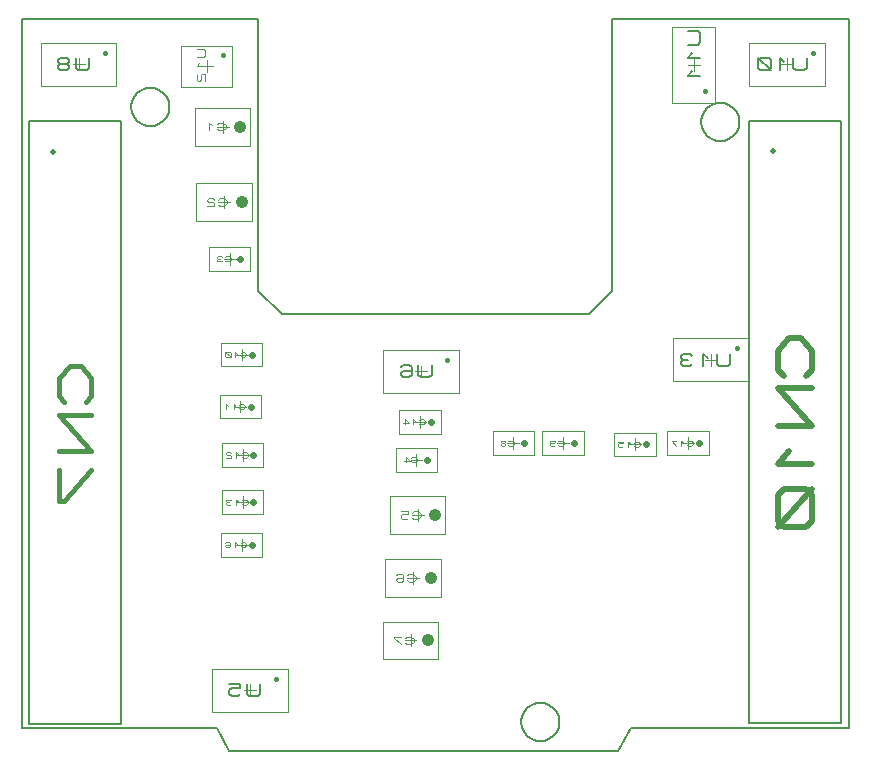
<source format=gbr>
G04 PROTEUS GERBER X2 FILE*
%TF.GenerationSoftware,Labcenter,Proteus,8.12-SP2-Build31155*%
%TF.CreationDate,2021-12-06T20:36:36+00:00*%
%TF.FileFunction,AssemblyDrawing,Bot*%
%TF.FilePolarity,Positive*%
%TF.Part,Single*%
%TF.SameCoordinates,{41aeb68f-70a9-4567-b6d7-def337a2806a}*%
%FSLAX45Y45*%
%MOMM*%
G01*
%TA.AperFunction,Profile*%
%ADD17C,0.203200*%
%TA.AperFunction,Material*%
%ADD21C,0.203200*%
%ADD41C,0.508000*%
%ADD46C,0.461430*%
%ADD47C,0.473190*%
%ADD48C,0.050000*%
%ADD49C,0.411480*%
%ADD50C,0.167200*%
%ADD51C,0.416560*%
%ADD52C,0.111560*%
%ADD53C,1.028700*%
%ADD54C,0.105240*%
%ADD55C,0.579120*%
%ADD56C,0.072740*%
%TD.AperFunction*%
D17*
X+0Y+0D02*
X+1650000Y+0D01*
X+7000000Y+0D02*
X+7000000Y+6000000D01*
X+5000000Y+6000000D01*
X+5000000Y+3700000D01*
X+4800000Y+3500000D01*
X+2200000Y+3500000D01*
X+2000000Y+3700000D02*
X+2000000Y+6000000D01*
X+0Y+6000000D01*
X+0Y+0D01*
X+2000000Y+3700000D02*
X+2200000Y+3500000D01*
X+5160000Y+0D02*
X+7000000Y+0D01*
X+1750000Y-200000D02*
X+5050000Y-200000D01*
X+1650000Y+0D02*
X+1750000Y-200000D01*
X+5160000Y+0D02*
X+5050000Y-200000D01*
X+4550045Y+50000D02*
X+4549508Y+63142D01*
X+4545144Y+89427D01*
X+4536029Y+115712D01*
X+4521182Y+141997D01*
X+4498470Y+168118D01*
X+4472185Y+187898D01*
X+4445900Y+200658D01*
X+4419615Y+208108D01*
X+4393330Y+210987D01*
X+4389000Y+211045D01*
X+4227955Y+50000D02*
X+4228492Y+63142D01*
X+4232856Y+89427D01*
X+4241971Y+115712D01*
X+4256818Y+141997D01*
X+4279530Y+168118D01*
X+4305815Y+187898D01*
X+4332100Y+200658D01*
X+4358385Y+208108D01*
X+4384670Y+210987D01*
X+4389000Y+211045D01*
X+4227955Y+50000D02*
X+4228492Y+36858D01*
X+4232856Y+10573D01*
X+4241971Y-15712D01*
X+4256818Y-41997D01*
X+4279530Y-68118D01*
X+4305815Y-87898D01*
X+4332100Y-100658D01*
X+4358385Y-108108D01*
X+4384670Y-110987D01*
X+4389000Y-111045D01*
X+4550045Y+50000D02*
X+4549508Y+36858D01*
X+4545144Y+10573D01*
X+4536029Y-15712D01*
X+4521182Y-41997D01*
X+4498470Y-68118D01*
X+4472185Y-87898D01*
X+4445900Y-100658D01*
X+4419615Y-108108D01*
X+4393330Y-110987D01*
X+4389000Y-111045D01*
X+6074045Y+5130000D02*
X+6073508Y+5143142D01*
X+6069144Y+5169427D01*
X+6060029Y+5195712D01*
X+6045182Y+5221997D01*
X+6022470Y+5248118D01*
X+5996185Y+5267898D01*
X+5969900Y+5280658D01*
X+5943615Y+5288108D01*
X+5917330Y+5290987D01*
X+5913000Y+5291045D01*
X+5751955Y+5130000D02*
X+5752492Y+5143142D01*
X+5756856Y+5169427D01*
X+5765971Y+5195712D01*
X+5780818Y+5221997D01*
X+5803530Y+5248118D01*
X+5829815Y+5267898D01*
X+5856100Y+5280658D01*
X+5882385Y+5288108D01*
X+5908670Y+5290987D01*
X+5913000Y+5291045D01*
X+5751955Y+5130000D02*
X+5752492Y+5116858D01*
X+5756856Y+5090573D01*
X+5765971Y+5064288D01*
X+5780818Y+5038003D01*
X+5803530Y+5011882D01*
X+5829815Y+4992102D01*
X+5856100Y+4979342D01*
X+5882385Y+4971892D01*
X+5908670Y+4969013D01*
X+5913000Y+4968955D01*
X+6074045Y+5130000D02*
X+6073508Y+5116858D01*
X+6069144Y+5090573D01*
X+6060029Y+5064288D01*
X+6045182Y+5038003D01*
X+6022470Y+5011882D01*
X+5996185Y+4992102D01*
X+5969900Y+4979342D01*
X+5943615Y+4971892D01*
X+5917330Y+4969013D01*
X+5913000Y+4968955D01*
X+1248045Y+5257000D02*
X+1247508Y+5270142D01*
X+1243144Y+5296427D01*
X+1234029Y+5322712D01*
X+1219182Y+5348997D01*
X+1196470Y+5375118D01*
X+1170185Y+5394898D01*
X+1143900Y+5407658D01*
X+1117615Y+5415108D01*
X+1091330Y+5417987D01*
X+1087000Y+5418045D01*
X+925955Y+5257000D02*
X+926492Y+5270142D01*
X+930856Y+5296427D01*
X+939971Y+5322712D01*
X+954818Y+5348997D01*
X+977530Y+5375118D01*
X+1003815Y+5394898D01*
X+1030100Y+5407658D01*
X+1056385Y+5415108D01*
X+1082670Y+5417987D01*
X+1087000Y+5418045D01*
X+925955Y+5257000D02*
X+926492Y+5243858D01*
X+930856Y+5217573D01*
X+939971Y+5191288D01*
X+954818Y+5165003D01*
X+977530Y+5138882D01*
X+1003815Y+5119102D01*
X+1030100Y+5106342D01*
X+1056385Y+5098892D01*
X+1082670Y+5096013D01*
X+1087000Y+5095955D01*
X+1248045Y+5257000D02*
X+1247508Y+5243858D01*
X+1243144Y+5217573D01*
X+1234029Y+5191288D01*
X+1219182Y+5165003D01*
X+1196470Y+5138882D01*
X+1170185Y+5119102D01*
X+1143900Y+5106342D01*
X+1117615Y+5098892D01*
X+1091330Y+5096013D01*
X+1087000Y+5095955D01*
D21*
X+59840Y+35840D02*
X+840160Y+35840D01*
X+840160Y+5136160D01*
X+59840Y+5136160D01*
X+59840Y+35840D01*
D41*
X+260000Y+4876000D02*
X+260000Y+4876000D01*
D46*
X+542288Y+2754691D02*
X+588432Y+2806603D01*
X+588432Y+2962339D01*
X+496144Y+3066162D01*
X+403856Y+3066162D01*
X+311568Y+2962339D01*
X+311568Y+2806603D01*
X+357712Y+2754691D01*
X+588432Y+2650867D02*
X+311568Y+2650867D01*
X+588432Y+2339396D01*
X+311568Y+2339396D01*
X+311568Y+2183661D02*
X+311568Y+1924101D01*
X+357712Y+1924101D01*
X+588432Y+2183661D01*
D21*
X+6155840Y+39840D02*
X+6936160Y+39840D01*
X+6936160Y+5140160D01*
X+6155840Y+5140160D01*
X+6155840Y+39840D01*
D41*
X+6356000Y+4880000D02*
X+6356000Y+4880000D01*
D47*
X+6640640Y+2979569D02*
X+6687960Y+3032804D01*
X+6687960Y+3192509D01*
X+6593320Y+3298978D01*
X+6498680Y+3298978D01*
X+6404040Y+3192509D01*
X+6404040Y+3032804D01*
X+6451360Y+2979569D01*
X+6687960Y+2873099D02*
X+6404040Y+2873099D01*
X+6687960Y+2553690D01*
X+6404040Y+2553690D01*
X+6498680Y+2340751D02*
X+6404040Y+2234281D01*
X+6687960Y+2234281D01*
X+6640640Y+2021341D02*
X+6451360Y+2021341D01*
X+6404040Y+1968107D01*
X+6404040Y+1755167D01*
X+6451360Y+1701932D01*
X+6640640Y+1701932D01*
X+6687960Y+1755167D01*
X+6687960Y+1968107D01*
X+6640640Y+2021341D01*
X+6687960Y+2021341D02*
X+6404040Y+1701932D01*
D48*
X+2250000Y+137500D02*
X+1610000Y+137500D01*
X+1610000Y+497500D01*
X+2250000Y+497500D01*
X+2250000Y+137500D01*
X+1930000Y+367500D02*
X+1930000Y+267500D01*
X+1880000Y+317500D02*
X+1980000Y+317500D01*
D49*
X+2150000Y+415000D02*
X+2150000Y+415000D01*
D50*
X+2018944Y+367660D02*
X+2018944Y+284059D01*
X+2000134Y+267339D01*
X+1924894Y+267339D01*
X+1906084Y+284059D01*
X+1906084Y+367660D01*
X+1755603Y+367660D02*
X+1849653Y+367660D01*
X+1849653Y+334220D01*
X+1774413Y+334220D01*
X+1755603Y+317500D01*
X+1755603Y+284059D01*
X+1774413Y+267339D01*
X+1830843Y+267339D01*
X+1849653Y+284059D01*
D48*
X+3700000Y+2837500D02*
X+3060000Y+2837500D01*
X+3060000Y+3197500D01*
X+3700000Y+3197500D01*
X+3700000Y+2837500D01*
X+3380000Y+3067500D02*
X+3380000Y+2967500D01*
X+3330000Y+3017500D02*
X+3430000Y+3017500D01*
D49*
X+3600000Y+3115000D02*
X+3600000Y+3115000D01*
D50*
X+3468944Y+3067660D02*
X+3468944Y+2984059D01*
X+3450134Y+2967339D01*
X+3374894Y+2967339D01*
X+3356084Y+2984059D01*
X+3356084Y+3067660D01*
X+3205603Y+3050940D02*
X+3224413Y+3067660D01*
X+3280843Y+3067660D01*
X+3299653Y+3050940D01*
X+3299653Y+2984059D01*
X+3280843Y+2967339D01*
X+3224413Y+2967339D01*
X+3205603Y+2984059D01*
X+3205603Y+3000779D01*
X+3224413Y+3017500D01*
X+3299653Y+3017500D01*
D48*
X+800000Y+5437500D02*
X+160000Y+5437500D01*
X+160000Y+5797500D01*
X+800000Y+5797500D01*
X+800000Y+5437500D01*
X+480000Y+5667500D02*
X+480000Y+5567500D01*
X+430000Y+5617500D02*
X+530000Y+5617500D01*
D49*
X+700000Y+5715000D02*
X+700000Y+5715000D01*
D50*
X+568944Y+5667660D02*
X+568944Y+5584059D01*
X+550134Y+5567339D01*
X+474894Y+5567339D01*
X+456084Y+5584059D01*
X+456084Y+5667660D01*
X+380843Y+5617500D02*
X+399653Y+5634220D01*
X+399653Y+5650940D01*
X+380843Y+5667660D01*
X+324413Y+5667660D01*
X+305603Y+5650940D01*
X+305603Y+5634220D01*
X+324413Y+5617500D01*
X+380843Y+5617500D01*
X+399653Y+5600779D01*
X+399653Y+5584059D01*
X+380843Y+5567339D01*
X+324413Y+5567339D01*
X+305603Y+5584059D01*
X+305603Y+5600779D01*
X+324413Y+5617500D01*
D48*
X+6800000Y+5437500D02*
X+6160000Y+5437500D01*
X+6160000Y+5797500D01*
X+6800000Y+5797500D01*
X+6800000Y+5437500D01*
X+6480000Y+5667500D02*
X+6480000Y+5567500D01*
X+6430000Y+5617500D02*
X+6530000Y+5617500D01*
D49*
X+6700000Y+5715000D02*
X+6700000Y+5715000D01*
D50*
X+6644184Y+5667660D02*
X+6644184Y+5584059D01*
X+6625374Y+5567339D01*
X+6550134Y+5567339D01*
X+6531324Y+5584059D01*
X+6531324Y+5667660D01*
X+6456083Y+5634220D02*
X+6418463Y+5667660D01*
X+6418463Y+5567339D01*
X+6343222Y+5584059D02*
X+6343222Y+5650940D01*
X+6324412Y+5667660D01*
X+6249172Y+5667660D01*
X+6230362Y+5650940D01*
X+6230362Y+5584059D01*
X+6249172Y+5567339D01*
X+6324412Y+5567339D01*
X+6343222Y+5584059D01*
X+6343222Y+5567339D02*
X+6230362Y+5667660D01*
D48*
X+5507500Y+5290000D02*
X+5507500Y+5930000D01*
X+5867500Y+5930000D01*
X+5867500Y+5290000D01*
X+5507500Y+5290000D01*
X+5737500Y+5610000D02*
X+5637500Y+5610000D01*
X+5687500Y+5660000D02*
X+5687500Y+5560000D01*
D49*
X+5785000Y+5390000D02*
X+5785000Y+5390000D01*
D50*
X+5637340Y+5897258D02*
X+5720941Y+5897258D01*
X+5737661Y+5878448D01*
X+5737661Y+5803208D01*
X+5720941Y+5784398D01*
X+5637340Y+5784398D01*
X+5670780Y+5709157D02*
X+5637340Y+5671537D01*
X+5737661Y+5671537D01*
X+5670780Y+5558676D02*
X+5637340Y+5521056D01*
X+5737661Y+5521056D01*
D48*
X+1780000Y+5425000D02*
X+1350000Y+5425000D01*
X+1350000Y+5775000D01*
X+1780000Y+5775000D01*
X+1780000Y+5425000D01*
X+1565000Y+5650000D02*
X+1565000Y+5550000D01*
X+1515000Y+5600000D02*
X+1615000Y+5600000D01*
D51*
X+1700000Y+5695000D02*
X+1700000Y+5695000D01*
D52*
X+1479868Y+5750606D02*
X+1535648Y+5750606D01*
X+1546804Y+5738056D01*
X+1546804Y+5687854D01*
X+1535648Y+5675303D01*
X+1479868Y+5675303D01*
X+1502180Y+5625101D02*
X+1479868Y+5600000D01*
X+1546804Y+5600000D01*
X+1491024Y+5537248D02*
X+1479868Y+5524697D01*
X+1479868Y+5487046D01*
X+1491024Y+5474495D01*
X+1502180Y+5474495D01*
X+1513336Y+5487046D01*
X+1513336Y+5524697D01*
X+1524492Y+5537248D01*
X+1546804Y+5537248D01*
X+1546804Y+5474495D01*
D48*
X+6150000Y+2937500D02*
X+5510000Y+2937500D01*
X+5510000Y+3297500D01*
X+6150000Y+3297500D01*
X+6150000Y+2937500D01*
X+5830000Y+3167500D02*
X+5830000Y+3067500D01*
X+5780000Y+3117500D02*
X+5880000Y+3117500D01*
D49*
X+6050000Y+3215000D02*
X+6050000Y+3215000D01*
D50*
X+5994184Y+3167660D02*
X+5994184Y+3084059D01*
X+5975374Y+3067339D01*
X+5900134Y+3067339D01*
X+5881324Y+3084059D01*
X+5881324Y+3167660D01*
X+5806083Y+3134220D02*
X+5768463Y+3167660D01*
X+5768463Y+3067339D01*
X+5674412Y+3150940D02*
X+5655602Y+3167660D01*
X+5599172Y+3167660D01*
X+5580362Y+3150940D01*
X+5580362Y+3134220D01*
X+5599172Y+3117500D01*
X+5580362Y+3100779D01*
X+5580362Y+3084059D01*
X+5599172Y+3067339D01*
X+5655602Y+3067339D01*
X+5674412Y+3084059D01*
X+5636792Y+3117500D02*
X+5599172Y+3117500D01*
D48*
X+1935000Y+4930000D02*
X+1465000Y+4930000D01*
X+1465000Y+5250000D01*
X+1935000Y+5250000D01*
X+1935000Y+4930000D01*
X+1700000Y+5140000D02*
X+1700000Y+5040000D01*
X+1650000Y+5090000D02*
X+1750000Y+5090000D01*
D53*
X+1850000Y+5090000D02*
X+1850000Y+5090000D01*
D54*
X+1654214Y+5068950D02*
X+1666055Y+5058425D01*
X+1701576Y+5058425D01*
X+1725256Y+5079475D01*
X+1725256Y+5100524D01*
X+1701576Y+5121574D01*
X+1666055Y+5121574D01*
X+1654214Y+5111049D01*
X+1606853Y+5100524D02*
X+1583172Y+5121574D01*
X+1583172Y+5058425D01*
D48*
X+1945000Y+4290000D02*
X+1475000Y+4290000D01*
X+1475000Y+4610000D01*
X+1945000Y+4610000D01*
X+1945000Y+4290000D01*
X+1710000Y+4500000D02*
X+1710000Y+4400000D01*
X+1660000Y+4450000D02*
X+1760000Y+4450000D01*
D53*
X+1860000Y+4450000D02*
X+1860000Y+4450000D01*
D54*
X+1664214Y+4428950D02*
X+1676055Y+4418425D01*
X+1711576Y+4418425D01*
X+1735256Y+4439475D01*
X+1735256Y+4460524D01*
X+1711576Y+4481574D01*
X+1676055Y+4481574D01*
X+1664214Y+4471049D01*
X+1628693Y+4471049D02*
X+1616853Y+4481574D01*
X+1581332Y+4481574D01*
X+1569491Y+4471049D01*
X+1569491Y+4460524D01*
X+1581332Y+4450000D01*
X+1616853Y+4450000D01*
X+1628693Y+4439475D01*
X+1628693Y+4418425D01*
X+1569491Y+4418425D01*
D48*
X+1935000Y+3870000D02*
X+1585000Y+3870000D01*
X+1585000Y+4070000D01*
X+1935000Y+4070000D01*
X+1935000Y+3870000D01*
X+1760000Y+4020000D02*
X+1760000Y+3920000D01*
X+1710000Y+3970000D02*
X+1810000Y+3970000D01*
D55*
X+1850000Y+3970000D02*
X+1850000Y+3970000D01*
D56*
X+1718139Y+3955452D02*
X+1726322Y+3948178D01*
X+1750872Y+3948178D01*
X+1767238Y+3962726D01*
X+1767238Y+3977274D01*
X+1750872Y+3991822D01*
X+1726322Y+3991822D01*
X+1718139Y+3984548D01*
X+1693589Y+3984548D02*
X+1685406Y+3991822D01*
X+1660856Y+3991822D01*
X+1652673Y+3984548D01*
X+1652673Y+3977274D01*
X+1660856Y+3970000D01*
X+1652673Y+3962726D01*
X+1652673Y+3955452D01*
X+1660856Y+3948178D01*
X+1685406Y+3948178D01*
X+1693589Y+3955452D01*
X+1677223Y+3970000D02*
X+1660856Y+3970000D01*
D48*
X+3515000Y+2170000D02*
X+3165000Y+2170000D01*
X+3165000Y+2370000D01*
X+3515000Y+2370000D01*
X+3515000Y+2170000D01*
X+3340000Y+2320000D02*
X+3340000Y+2220000D01*
X+3290000Y+2270000D02*
X+3390000Y+2270000D01*
D55*
X+3430000Y+2270000D02*
X+3430000Y+2270000D01*
D56*
X+3298139Y+2255452D02*
X+3306322Y+2248178D01*
X+3330872Y+2248178D01*
X+3347238Y+2262726D01*
X+3347238Y+2277274D01*
X+3330872Y+2291822D01*
X+3306322Y+2291822D01*
X+3298139Y+2284548D01*
X+3232673Y+2262726D02*
X+3281772Y+2262726D01*
X+3249039Y+2291822D01*
X+3249039Y+2248178D01*
D48*
X+3585000Y+1640000D02*
X+3115000Y+1640000D01*
X+3115000Y+1960000D01*
X+3585000Y+1960000D01*
X+3585000Y+1640000D01*
X+3350000Y+1850000D02*
X+3350000Y+1750000D01*
X+3300000Y+1800000D02*
X+3400000Y+1800000D01*
D53*
X+3500000Y+1800000D02*
X+3500000Y+1800000D01*
D54*
X+3304214Y+1778950D02*
X+3316055Y+1768425D01*
X+3351576Y+1768425D01*
X+3375256Y+1789475D01*
X+3375256Y+1810524D01*
X+3351576Y+1831574D01*
X+3316055Y+1831574D01*
X+3304214Y+1821049D01*
X+3209491Y+1831574D02*
X+3268693Y+1831574D01*
X+3268693Y+1810524D01*
X+3221332Y+1810524D01*
X+3209491Y+1800000D01*
X+3209491Y+1778950D01*
X+3221332Y+1768425D01*
X+3256853Y+1768425D01*
X+3268693Y+1778950D01*
D48*
X+3545000Y+1110000D02*
X+3075000Y+1110000D01*
X+3075000Y+1430000D01*
X+3545000Y+1430000D01*
X+3545000Y+1110000D01*
X+3310000Y+1320000D02*
X+3310000Y+1220000D01*
X+3260000Y+1270000D02*
X+3360000Y+1270000D01*
D53*
X+3460000Y+1270000D02*
X+3460000Y+1270000D01*
D54*
X+3264214Y+1248950D02*
X+3276055Y+1238425D01*
X+3311576Y+1238425D01*
X+3335256Y+1259475D01*
X+3335256Y+1280524D01*
X+3311576Y+1301574D01*
X+3276055Y+1301574D01*
X+3264214Y+1291049D01*
X+3169491Y+1291049D02*
X+3181332Y+1301574D01*
X+3216853Y+1301574D01*
X+3228693Y+1291049D01*
X+3228693Y+1248950D01*
X+3216853Y+1238425D01*
X+3181332Y+1238425D01*
X+3169491Y+1248950D01*
X+3169491Y+1259475D01*
X+3181332Y+1270000D01*
X+3228693Y+1270000D01*
D48*
X+3525000Y+580000D02*
X+3055000Y+580000D01*
X+3055000Y+900000D01*
X+3525000Y+900000D01*
X+3525000Y+580000D01*
X+3290000Y+790000D02*
X+3290000Y+690000D01*
X+3240000Y+740000D02*
X+3340000Y+740000D01*
D53*
X+3440000Y+740000D02*
X+3440000Y+740000D01*
D54*
X+3244214Y+718950D02*
X+3256055Y+708425D01*
X+3291576Y+708425D01*
X+3315256Y+729475D01*
X+3315256Y+750524D01*
X+3291576Y+771574D01*
X+3256055Y+771574D01*
X+3244214Y+761049D01*
X+3208693Y+771574D02*
X+3149491Y+771574D01*
X+3149491Y+761049D01*
X+3208693Y+708425D01*
D48*
X+4335000Y+2310000D02*
X+3985000Y+2310000D01*
X+3985000Y+2510000D01*
X+4335000Y+2510000D01*
X+4335000Y+2310000D01*
X+4160000Y+2460000D02*
X+4160000Y+2360000D01*
X+4110000Y+2410000D02*
X+4210000Y+2410000D01*
D55*
X+4250000Y+2410000D02*
X+4250000Y+2410000D01*
D56*
X+4118139Y+2395452D02*
X+4126322Y+2388178D01*
X+4150872Y+2388178D01*
X+4167238Y+2402726D01*
X+4167238Y+2417274D01*
X+4150872Y+2431822D01*
X+4126322Y+2431822D01*
X+4118139Y+2424548D01*
X+4085406Y+2410000D02*
X+4093589Y+2417274D01*
X+4093589Y+2424548D01*
X+4085406Y+2431822D01*
X+4060856Y+2431822D01*
X+4052673Y+2424548D01*
X+4052673Y+2417274D01*
X+4060856Y+2410000D01*
X+4085406Y+2410000D01*
X+4093589Y+2402726D01*
X+4093589Y+2395452D01*
X+4085406Y+2388178D01*
X+4060856Y+2388178D01*
X+4052673Y+2395452D01*
X+4052673Y+2402726D01*
X+4060856Y+2410000D01*
D48*
X+4755000Y+2310000D02*
X+4405000Y+2310000D01*
X+4405000Y+2510000D01*
X+4755000Y+2510000D01*
X+4755000Y+2310000D01*
X+4580000Y+2460000D02*
X+4580000Y+2360000D01*
X+4530000Y+2410000D02*
X+4630000Y+2410000D01*
D55*
X+4670000Y+2410000D02*
X+4670000Y+2410000D01*
D56*
X+4538139Y+2395452D02*
X+4546322Y+2388178D01*
X+4570872Y+2388178D01*
X+4587238Y+2402726D01*
X+4587238Y+2417274D01*
X+4570872Y+2431822D01*
X+4546322Y+2431822D01*
X+4538139Y+2424548D01*
X+4472673Y+2417274D02*
X+4480856Y+2410000D01*
X+4505406Y+2410000D01*
X+4513589Y+2417274D01*
X+4513589Y+2424548D01*
X+4505406Y+2431822D01*
X+4480856Y+2431822D01*
X+4472673Y+2424548D01*
X+4472673Y+2395452D01*
X+4480856Y+2388178D01*
X+4505406Y+2388178D01*
D48*
X+2035000Y+3060000D02*
X+1685000Y+3060000D01*
X+1685000Y+3260000D01*
X+2035000Y+3260000D01*
X+2035000Y+3060000D01*
X+1860000Y+3210000D02*
X+1860000Y+3110000D01*
X+1810000Y+3160000D02*
X+1910000Y+3160000D01*
D55*
X+1950000Y+3160000D02*
X+1950000Y+3160000D01*
D56*
X+1850872Y+3145452D02*
X+1859055Y+3138178D01*
X+1883605Y+3138178D01*
X+1899971Y+3152726D01*
X+1899971Y+3167274D01*
X+1883605Y+3181822D01*
X+1859055Y+3181822D01*
X+1850872Y+3174548D01*
X+1818139Y+3167274D02*
X+1801772Y+3181822D01*
X+1801772Y+3138178D01*
X+1769039Y+3145452D02*
X+1769039Y+3174548D01*
X+1760856Y+3181822D01*
X+1728123Y+3181822D01*
X+1719940Y+3174548D01*
X+1719940Y+3145452D01*
X+1728123Y+3138178D01*
X+1760856Y+3138178D01*
X+1769039Y+3145452D01*
X+1769039Y+3138178D02*
X+1719940Y+3181822D01*
D48*
X+2025000Y+2620000D02*
X+1675000Y+2620000D01*
X+1675000Y+2820000D01*
X+2025000Y+2820000D01*
X+2025000Y+2620000D01*
X+1850000Y+2770000D02*
X+1850000Y+2670000D01*
X+1800000Y+2720000D02*
X+1900000Y+2720000D01*
D55*
X+1940000Y+2720000D02*
X+1940000Y+2720000D01*
D56*
X+1840872Y+2705452D02*
X+1849055Y+2698178D01*
X+1873605Y+2698178D01*
X+1889971Y+2712726D01*
X+1889971Y+2727274D01*
X+1873605Y+2741822D01*
X+1849055Y+2741822D01*
X+1840872Y+2734548D01*
X+1808139Y+2727274D02*
X+1791772Y+2741822D01*
X+1791772Y+2698178D01*
X+1742673Y+2727274D02*
X+1726306Y+2741822D01*
X+1726306Y+2698178D01*
D48*
X+2045000Y+2210000D02*
X+1695000Y+2210000D01*
X+1695000Y+2410000D01*
X+2045000Y+2410000D01*
X+2045000Y+2210000D01*
X+1870000Y+2360000D02*
X+1870000Y+2260000D01*
X+1820000Y+2310000D02*
X+1920000Y+2310000D01*
D55*
X+1960000Y+2310000D02*
X+1960000Y+2310000D01*
D56*
X+1860872Y+2295452D02*
X+1869055Y+2288178D01*
X+1893605Y+2288178D01*
X+1909971Y+2302726D01*
X+1909971Y+2317274D01*
X+1893605Y+2331822D01*
X+1869055Y+2331822D01*
X+1860872Y+2324548D01*
X+1828139Y+2317274D02*
X+1811772Y+2331822D01*
X+1811772Y+2288178D01*
X+1770856Y+2324548D02*
X+1762673Y+2331822D01*
X+1738123Y+2331822D01*
X+1729940Y+2324548D01*
X+1729940Y+2317274D01*
X+1738123Y+2310000D01*
X+1762673Y+2310000D01*
X+1770856Y+2302726D01*
X+1770856Y+2288178D01*
X+1729940Y+2288178D01*
D48*
X+2045000Y+1810000D02*
X+1695000Y+1810000D01*
X+1695000Y+2010000D01*
X+2045000Y+2010000D01*
X+2045000Y+1810000D01*
X+1870000Y+1960000D02*
X+1870000Y+1860000D01*
X+1820000Y+1910000D02*
X+1920000Y+1910000D01*
D55*
X+1960000Y+1910000D02*
X+1960000Y+1910000D01*
D56*
X+1860872Y+1895452D02*
X+1869055Y+1888178D01*
X+1893605Y+1888178D01*
X+1909971Y+1902726D01*
X+1909971Y+1917274D01*
X+1893605Y+1931822D01*
X+1869055Y+1931822D01*
X+1860872Y+1924548D01*
X+1828139Y+1917274D02*
X+1811772Y+1931822D01*
X+1811772Y+1888178D01*
X+1770856Y+1924548D02*
X+1762673Y+1931822D01*
X+1738123Y+1931822D01*
X+1729940Y+1924548D01*
X+1729940Y+1917274D01*
X+1738123Y+1910000D01*
X+1729940Y+1902726D01*
X+1729940Y+1895452D01*
X+1738123Y+1888178D01*
X+1762673Y+1888178D01*
X+1770856Y+1895452D01*
X+1754490Y+1910000D02*
X+1738123Y+1910000D01*
D48*
X+3545000Y+2490000D02*
X+3195000Y+2490000D01*
X+3195000Y+2690000D01*
X+3545000Y+2690000D01*
X+3545000Y+2490000D01*
X+3370000Y+2640000D02*
X+3370000Y+2540000D01*
X+3320000Y+2590000D02*
X+3420000Y+2590000D01*
D55*
X+3460000Y+2590000D02*
X+3460000Y+2590000D01*
D56*
X+3360872Y+2575452D02*
X+3369055Y+2568178D01*
X+3393605Y+2568178D01*
X+3409971Y+2582726D01*
X+3409971Y+2597274D01*
X+3393605Y+2611822D01*
X+3369055Y+2611822D01*
X+3360872Y+2604548D01*
X+3328139Y+2597274D02*
X+3311772Y+2611822D01*
X+3311772Y+2568178D01*
X+3229940Y+2582726D02*
X+3279039Y+2582726D01*
X+3246306Y+2611822D01*
X+3246306Y+2568178D01*
D48*
X+5365000Y+2300000D02*
X+5015000Y+2300000D01*
X+5015000Y+2500000D01*
X+5365000Y+2500000D01*
X+5365000Y+2300000D01*
X+5190000Y+2450000D02*
X+5190000Y+2350000D01*
X+5140000Y+2400000D02*
X+5240000Y+2400000D01*
D55*
X+5280000Y+2400000D02*
X+5280000Y+2400000D01*
D56*
X+5180872Y+2385452D02*
X+5189055Y+2378178D01*
X+5213605Y+2378178D01*
X+5229971Y+2392726D01*
X+5229971Y+2407274D01*
X+5213605Y+2421822D01*
X+5189055Y+2421822D01*
X+5180872Y+2414548D01*
X+5148139Y+2407274D02*
X+5131772Y+2421822D01*
X+5131772Y+2378178D01*
X+5049940Y+2421822D02*
X+5090856Y+2421822D01*
X+5090856Y+2407274D01*
X+5058123Y+2407274D01*
X+5049940Y+2400000D01*
X+5049940Y+2385452D01*
X+5058123Y+2378178D01*
X+5082673Y+2378178D01*
X+5090856Y+2385452D01*
D48*
X+2035000Y+1450000D02*
X+1685000Y+1450000D01*
X+1685000Y+1650000D01*
X+2035000Y+1650000D01*
X+2035000Y+1450000D01*
X+1860000Y+1600000D02*
X+1860000Y+1500000D01*
X+1810000Y+1550000D02*
X+1910000Y+1550000D01*
D55*
X+1950000Y+1550000D02*
X+1950000Y+1550000D01*
D56*
X+1850872Y+1535452D02*
X+1859055Y+1528178D01*
X+1883605Y+1528178D01*
X+1899971Y+1542726D01*
X+1899971Y+1557274D01*
X+1883605Y+1571822D01*
X+1859055Y+1571822D01*
X+1850872Y+1564548D01*
X+1818139Y+1557274D02*
X+1801772Y+1571822D01*
X+1801772Y+1528178D01*
X+1719940Y+1564548D02*
X+1728123Y+1571822D01*
X+1752673Y+1571822D01*
X+1760856Y+1564548D01*
X+1760856Y+1535452D01*
X+1752673Y+1528178D01*
X+1728123Y+1528178D01*
X+1719940Y+1535452D01*
X+1719940Y+1542726D01*
X+1728123Y+1550000D01*
X+1760856Y+1550000D01*
D48*
X+5815000Y+2310000D02*
X+5465000Y+2310000D01*
X+5465000Y+2510000D01*
X+5815000Y+2510000D01*
X+5815000Y+2310000D01*
X+5640000Y+2460000D02*
X+5640000Y+2360000D01*
X+5590000Y+2410000D02*
X+5690000Y+2410000D01*
D55*
X+5730000Y+2410000D02*
X+5730000Y+2410000D01*
D56*
X+5630872Y+2395452D02*
X+5639055Y+2388178D01*
X+5663605Y+2388178D01*
X+5679971Y+2402726D01*
X+5679971Y+2417274D01*
X+5663605Y+2431822D01*
X+5639055Y+2431822D01*
X+5630872Y+2424548D01*
X+5598139Y+2417274D02*
X+5581772Y+2431822D01*
X+5581772Y+2388178D01*
X+5540856Y+2431822D02*
X+5499940Y+2431822D01*
X+5499940Y+2424548D01*
X+5540856Y+2388178D01*
M02*

</source>
